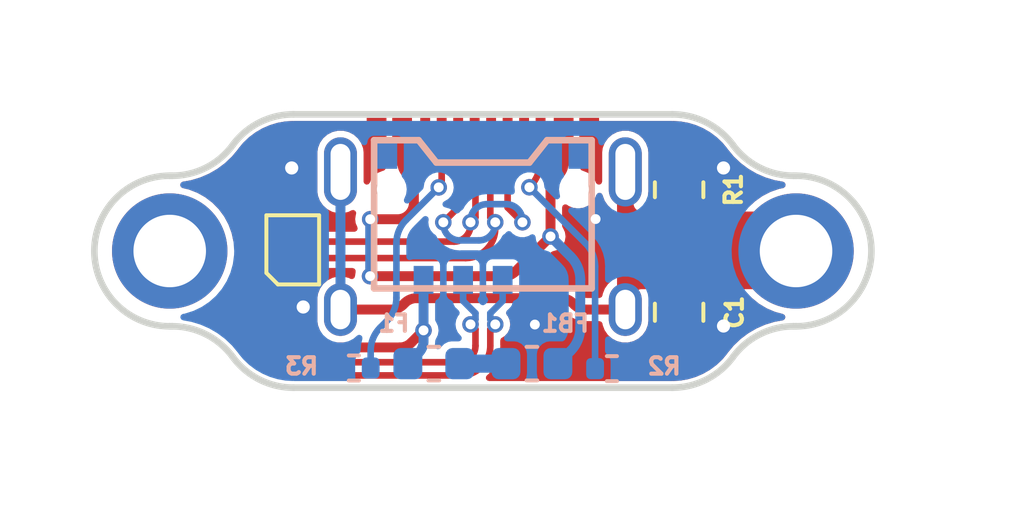
<source format=kicad_pcb>
(kicad_pcb (version 20211014) (generator pcbnew)
  (layers (0 "F.Cu" signal) (31 "B.Cu" signal) (34 "B.Paste" user) (35 "F.Paste" user) (36 "B.SilkS" user "B.Silkscreen") (37 "F.SilkS" user "F.Silkscreen") (38 "B.Mask" user) (39 "F.Mask" user) (44 "Edge.Cuts" user))
  (net 0 "")
  (net 3 "GND")
  (net 4 "+5V")
  (net 5 "D-")
  (net 6 "D+")
  (net 7 "Net-(R2-Pad1)")
  (net 8 "Net-(R3-Pad1)")
  (net 9 "VBus")
  (net 10 "Net-(F1-Pad1)")
  (net 11 "Net-(C1-Pad1)")
  (footprint "Resistor_SMD:R_0805_2012Metric" (layer "F.Cu") (at 5.953 -1.86 -90)
    (fp_text reference "R1" (at 0 -1.65 90) (layer "F.SilkS") (effects (font (size 0.5 0.5) (thickness 0.125))))
    (fp_text value "1M")
    (fp_line (start -0.227064 -0.735) (end 0.227064 -0.735) (layer "F.SilkS") (width 0.12))
    (fp_line (start -0.227064 0.735) (end 0.227064 0.735) (layer "F.SilkS") (width 0.12))
    (pad "1" smd rect (at -0.9125 0 270) (size 1.025 1.4) (layers "F.Cu" "F.Paste" "F.Mask") (net 3 "GND"))
    (pad "2" smd rect (at 0.9125 0 270) (size 1.025 1.4) (layers "F.Cu" "F.Paste" "F.Mask") (net 11 "Net-(C1-Pad1)"))
  )
  (footprint "MountingHole:MountingHole_2.2mm_M2_ISO7380_Pad" (layer "F.Cu") (at 9.5 0)
    (fp_text reference "H1")
    (fp_text value "MountingHole_Pad")
    (pad "1" thru_hole circle (at 0 0) (size 3.5 3.5) (drill 2.2) (layers *.Cu *.Mask) (net 11 "Net-(C1-Pad1)"))
  )
  (footprint "sanproject-keyboard-part:uQFN8" (layer "F.Cu") (at -5.768 -0.035 90)
    (fp_text reference "ESD1")
    (fp_text value "Conn_01x08_Male")
    (fp_line (start 1.05 -0.8) (end 1.05 0.8) (layer "F.SilkS") (width 0.12))
    (fp_line (start -1.05 -0.45) (end -0.7 -0.8) (layer "F.SilkS") (width 0.12))
    (fp_line (start 1.05 -0.8) (end -0.7 -0.8) (layer "F.SilkS") (width 0.12))
    (fp_line (start -1.05 -0.45) (end -1.05 0.8) (layer "F.SilkS") (width 0.12))
    (fp_line (start 1.05 0.8) (end -1.05 0.8) (layer "F.SilkS") (width 0.12))
    (pad "1" smd rect locked (at -0.85 -0.3 180) (size 0.2 0.4) (layers "F.Cu" "F.Paste" "F.Mask") (net 4 "+5V"))
    (pad "1" smd rect locked (at -0.75 -0.5 90) (size 0.2 0.6) (layers "F.Cu" "F.Paste" "F.Mask") (net 4 "+5V"))
    (pad "2" smd rect locked (at -0.25 -0.5 90) (size 0.2 0.6) (layers "F.Cu" "F.Paste" "F.Mask") (net 5 "D-"))
    (pad "3" smd rect locked (at 0.25 -0.5 90) (size 0.2 0.6) (layers "F.Cu" "F.Paste" "F.Mask") (net 6 "D+"))
    (pad "4" smd rect locked (at 0.85 -0.3 180) (size 0.2 0.4) (layers "F.Cu" "F.Paste" "F.Mask"))
    (pad "4" smd rect locked (at 0.75 -0.5 90) (size 0.2 0.6) (layers "F.Cu" "F.Paste" "F.Mask"))
    (pad "5" smd rect locked (at 0.75 0.5 270) (size 0.2 0.6) (layers "F.Cu" "F.Paste" "F.Mask") (net 3 "GND"))
    (pad "5" smd rect locked (at 0.85 0.3 180) (size 0.2 0.4) (layers "F.Cu" "F.Paste" "F.Mask") (net 3 "GND"))
    (pad "6" smd rect locked (at 0.25 0.5 270) (size 0.2 0.6) (layers "F.Cu" "F.Paste" "F.Mask") (net 6 "D+"))
    (pad "7" smd rect locked (at -0.25 0.5 270) (size 0.2 0.6) (layers "F.Cu" "F.Paste" "F.Mask") (net 5 "D-"))
    (pad "8" smd rect locked (at -0.75 0.5 270) (size 0.2 0.6) (layers "F.Cu" "F.Paste" "F.Mask") (net 3 "GND"))
    (pad "8" smd rect locked (at -0.85 0.3 180) (size 0.2 0.4) (layers "F.Cu" "F.Paste" "F.Mask") (net 3 "GND"))
  )
  (footprint "sanproject-keyboard-part:HRO-TYPE-C-31-M-12-Assembly" (layer "F.Cu") (at 0 4.378)
    (fp_text reference "USB1")
    (fp_text value "HRO-TYPE-C-31-M-12-Type-C")
    (pad "" np_thru_hole circle locked (at 2.89 -6.25) (size 0.65 0.65) (drill 0.65) (layers *.Cu *.Mask))
    (pad "" np_thru_hole circle locked (at -2.89 -6.25) (size 0.65 0.65) (drill 0.65) (layers *.Cu *.Mask))
    (pad "1" smd rect locked (at -3.225 -7.695) (size 0.6 1.45) (layers "F.Cu" "F.Paste" "F.Mask") (net 3 "GND"))
    (pad "2" smd rect locked (at -2.45 -7.695) (size 0.6 1.45) (layers "F.Cu" "F.Paste" "F.Mask") (net 9 "VBus"))
    (pad "3" smd rect locked (at -1.75 -7.695) (size 0.3 1.45) (layers "F.Cu" "F.Paste" "F.Mask"))
    (pad "4" smd rect locked (at -1.25 -7.695) (size 0.3 1.45) (layers "F.Cu" "F.Paste" "F.Mask") (net 8 "Net-(R3-Pad1)"))
    (pad "5" smd rect locked (at -0.75 -7.695) (size 0.3 1.45) (layers "F.Cu" "F.Paste" "F.Mask") (net 5 "D-"))
    (pad "6" smd rect locked (at -0.25 -7.695) (size 0.3 1.45) (layers "F.Cu" "F.Paste" "F.Mask") (net 6 "D+"))
    (pad "7" smd rect locked (at 0.25 -7.695) (size 0.3 1.45) (layers "F.Cu" "F.Paste" "F.Mask") (net 5 "D-"))
    (pad "8" smd rect locked (at 0.75 -7.695) (size 0.3 1.45) (layers "F.Cu" "F.Paste" "F.Mask") (net 6 "D+"))
    (pad "9" smd rect locked (at 1.25 -7.695) (size 0.3 1.45) (layers "F.Cu" "F.Paste" "F.Mask"))
    (pad "10" smd rect locked (at 1.75 -7.695) (size 0.3 1.45) (layers "F.Cu" "F.Paste" "F.Mask") (net 7 "Net-(R2-Pad1)"))
    (pad "11" smd rect locked (at 2.45 -7.695) (size 0.6 1.45) (layers "F.Cu" "F.Paste" "F.Mask") (net 9 "VBus"))
    (pad "12" smd rect locked (at 3.225 -7.695) (size 0.6 1.45) (layers "F.Cu" "F.Paste" "F.Mask") (net 3 "GND"))
    (pad "13" thru_hole oval locked (at -4.32 -2.6) (size 1 1.6) (drill oval 0.6 1.2) (layers *.Cu *.Mask "F.Paste") (net 11 "Net-(C1-Pad1)"))
    (pad "13" thru_hole oval locked (at 4.32 -6.78) (size 1 2.1) (drill oval 0.6 1.7) (layers *.Cu *.Mask "F.Paste") (net 11 "Net-(C1-Pad1)"))
    (pad "13" thru_hole oval locked (at -4.32 -6.78) (size 1 2.1) (drill oval 0.6 1.7) (layers *.Cu *.Mask "F.Paste") (net 11 "Net-(C1-Pad1)"))
    (pad "13" thru_hole oval locked (at 4.32 -2.6) (size 1 1.6) (drill oval 0.6 1.2) (layers *.Cu *.Mask "F.Paste") (net 11 "Net-(C1-Pad1)"))
  )
  (footprint "MountingHole:MountingHole_2.2mm_M2_ISO7380_Pad" (layer "F.Cu") (at -9.5 0)
    (fp_text reference "H2")
    (fp_text value "MountingHole")
    (pad "1" thru_hole circle (at 0 0) (size 3.5 3.5) (drill 2.2) (layers *.Cu *.Mask))
  )
  (footprint "Capacitor_SMD:C_0805_2012Metric" (layer "F.Cu") (at 5.953 1.86 -90)
    (fp_text reference "C1" (at 0 -1.68 90) (layer "F.SilkS") (effects (font (size 0.5 0.5) (thickness 0.125))))
    (fp_text value "0.1uF")
    (fp_line (start -0.261252 0.735) (end 0.261252 0.735) (layer "F.SilkS") (width 0.12))
    (fp_line (start -0.261252 -0.735) (end 0.261252 -0.735) (layer "F.SilkS") (width 0.12))
    (pad "1" smd rect (at -0.95 0 270) (size 1 1.45) (layers "F.Cu" "F.Paste" "F.Mask") (net 11 "Net-(C1-Pad1)"))
    (pad "2" smd rect (at 0.95 0 270) (size 1 1.45) (layers "F.Cu" "F.Paste" "F.Mask") (net 3 "GND"))
  )
  (footprint "Fuse:Fuse_0603_1608Metric" (layer "B.Cu") (at -1.488 3.42 180)
    (fp_text reference "F1" (at 1.212 1.22) (layer "B.SilkS") (effects (font (size 0.5 0.5) (thickness 0.125)) (justify mirror)))
    (fp_text value "500mA")
    (fp_line (start -0.162779 -0.51) (end 0.162779 -0.51) (layer "B.SilkS") (width 0.12))
    (fp_line (start -0.162779 0.51) (end 0.162779 0.51) (layer "B.SilkS") (width 0.12))
    (pad "1" smd roundrect (at -0.7875 0 180) (size 0.875 0.95) (layers "B.Cu" "B.Paste" "B.Mask") (net 10 "Net-(F1-Pad1)"))
    (pad "2" smd roundrect (at 0.7875 0 180) (size 0.875 0.95) (layers "B.Cu" "B.Paste" "B.Mask") (net 4 "+5V"))
  )
  (footprint "sanproject-keyboard-part:JST-SR-4-mini" (layer "B.Cu") (at 0 0.878)
    (fp_text reference "J2")
    (fp_text value "Conn_01x04_Male")
    (pad "" smd rect locked (at -2.95 -3.775) (size 0.7 0.8) (layers "B.Cu" "B.Paste" "B.Mask"))
    (pad "" smd rect locked (at 2.95 -3.775) (size 0.7 0.8) (layers "B.Cu" "B.Paste" "B.Mask"))
    (pad "1" smd rect locked (at -1.8 0) (size 0.6 0.85) (layers "B.Cu" "B.Paste" "B.Mask") (net 4 "+5V"))
    (pad "2" smd rect locked (at -0.6 0) (size 0.6 0.85) (layers "B.Cu" "B.Paste" "B.Mask") (net 5 "D-"))
    (pad "3" smd rect locked (at 0.6 0) (size 0.6 0.85) (layers "B.Cu" "B.Paste" "B.Mask") (net 6 "D+"))
    (pad "4" smd rect locked (at 1.8 0) (size 0.6 0.85) (layers "B.Cu" "B.Paste" "B.Mask") (net 3 "GND"))
  )
  (footprint "Fuse:Fuse_0603_1608Metric" (layer "B.Cu") (at 1.488 3.42 180)
    (fp_text reference "FB1" (at -1.012 1.22) (layer "B.SilkS") (effects (font (size 0.5 0.5) (thickness 0.125)) (justify mirror)))
    (fp_text value "FerriteBead_Small")
    (fp_line (start -0.162779 -0.51) (end 0.162779 -0.51) (layer "B.SilkS") (width 0.12))
    (fp_line (start -0.162779 0.51) (end 0.162779 0.51) (layer "B.SilkS") (width 0.12))
    (pad "1" smd roundrect (at -0.7875 0 180) (size 0.875 0.95) (layers "B.Cu" "B.Paste" "B.Mask") (net 9 "VBus"))
    (pad "2" smd roundrect (at 0.7875 0 180) (size 0.875 0.95) (layers "B.Cu" "B.Paste" "B.Mask") (net 10 "Net-(F1-Pad1)"))
  )
  (footprint "Resistor_SMD:R_0402_1005Metric" (layer "B.Cu") (at -3.914 3.553 180)
    (fp_text reference "R3" (at 1.586 0.053) (layer "B.SilkS") (effects (font (size 0.5 0.5) (thickness 0.125)) (justify mirror)))
    (fp_text value "5.1k")
    (fp_line (start -0.153641 -0.38) (end 0.153641 -0.38) (layer "B.SilkS") (width 0.12))
    (fp_line (start -0.153641 0.38) (end 0.153641 0.38) (layer "B.SilkS") (width 0.12))
    (pad "1" smd roundrect (at -0.51 0 180) (size 0.54 0.64) (layers "B.Cu" "B.Paste" "B.Mask") (net 8 "Net-(R3-Pad1)"))
    (pad "2" smd roundrect (at 0.51 0 180) (size 0.54 0.64) (layers "B.Cu" "B.Paste" "B.Mask") (net 3 "GND"))
  )
  (footprint "Resistor_SMD:R_0402_1005Metric" (layer "B.Cu") (at 3.914 3.572)
    (fp_text reference "R2" (at 1.586 -0.072) (layer "B.SilkS") (effects (font (size 0.5 0.5) (thickness 0.125)) (justify mirror)))
    (fp_text value "5.1k")
    (fp_line (start -0.153641 0.38) (end 0.153641 0.38) (layer "B.SilkS") (width 0.12))
    (fp_line (start -0.153641 -0.38) (end 0.153641 -0.38) (layer "B.SilkS") (width 0.12))
    (pad "1" smd roundrect (at -0.51 0) (size 0.54 0.64) (layers "B.Cu" "B.Paste" "B.Mask") (net 7 "Net-(R2-Pad1)"))
    (pad "2" smd roundrect (at 0.51 0) (size 0.54 0.64) (layers "B.Cu" "B.Paste" "B.Mask") (net 3 "GND"))
  )
  (gr_line (start 3.3 1.135) (end 3.3 -3.365) (layer "B.SilkS") (width 0.2))
  (gr_line (start -3.3 -3.365) (end -3.3 1.135) (layer "B.SilkS") (width 0.2))
  (gr_line (start 3.3 1.135) (end -3.3 1.135) (layer "B.SilkS") (width 0.2))
  (gr_line (start -1.95 -3.365) (end -3.3 -3.365) (layer "B.SilkS") (width 0.2))
  (gr_line (start 1.41 -2.685) (end -1.41 -2.685) (layer "B.SilkS") (width 0.2))
  (gr_line (start 1.95 -3.365) (end 1.41 -2.685) (layer "B.SilkS") (width 0.2))
  (gr_line (start 3.3 -3.365) (end 1.95 -3.365) (layer "B.SilkS") (width 0.2))
  (gr_line (start -1.41 -2.685) (end -1.95 -3.365) (layer "B.SilkS") (width 0.2))
  (gr_line (start -5.746 4.15) (end 5.746 4.15) (layer "Edge.Cuts") (width 0.2))
  (gr_arc (start -7.588 -3.218) (mid -6.778189 -3.903753) (end -5.746 -4.15) (layer "Edge.Cuts") (width 0.2))
  (gr_line (start -9.43 -2.286) (end -9.5 -2.286) (layer "Edge.Cuts") (width 0.2))
  (gr_arc (start -9.422 2.286) (mid -8.394241 2.534047) (end -7.588 3.218) (layer "Edge.Cuts") (width 0.2))
  (gr_arc (start 9.43 -2.286) (mid 8.39781 -2.532245) (end 7.588 -3.218) (layer "Edge.Cuts") (width 0.2))
  (gr_line (start 9.422 2.286) (end 9.5 2.286) (layer "Edge.Cuts") (width 0.2))
  (gr_arc (start 5.746 -4.15) (mid 6.77819 -3.903755) (end 7.588 -3.218) (layer "Edge.Cuts") (width 0.2))
  (gr_line (start 5.746 -4.15) (end -5.746 -4.15) (layer "Edge.Cuts") (width 0.2))
  (gr_line (start 9.5 -2.286) (end 9.43 -2.286) (layer "Edge.Cuts") (width 0.2))
  (gr_arc (start -7.588 -3.218) (mid -8.397811 -2.532247) (end -9.43 -2.286) (layer "Edge.Cuts") (width 0.2))
  (gr_arc (start -9.5 2.286) (mid -11.786 0) (end -9.5 -2.286) (layer "Edge.Cuts") (width 0.2))
  (gr_arc (start -5.746 4.15) (mid -6.778189 3.903753) (end -7.588 3.218) (layer "Edge.Cuts") (width 0.2))
  (gr_arc (start 9.5 -2.286) (mid 11.786 0) (end 9.5 2.286) (layer "Edge.Cuts") (width 0.2))
  (gr_line (start -9.5 2.286) (end -9.422 2.286) (layer "Edge.Cuts") (width 0.2))
  (gr_arc (start 7.588 3.218) (mid 6.778189 3.903752) (end 5.746 4.15) (layer "Edge.Cuts") (width 0.2))
  (gr_arc (start 7.588 3.218) (mid 8.39424 2.534045) (end 9.422 2.286) (layer "Edge.Cuts") (width 0.2))
  (via (at 7.3 -2.522) (size 0.8) (drill 0.4) (layers "F.Cu" "B.Cu") (net 3))
  (via (at 7.3 2.278) (size 0.8) (drill 0.4) (layers "F.Cu" "B.Cu") (net 3))
  (via (at -5.8 -2.522) (size 0.8) (drill 0.4) (layers "F.Cu" "B.Cu") (net 3))
  (via (at 1.577 2.233) (size 0.5) (drill 0.3) (layers "F.Cu" "B.Cu") (net 3))
  (via (at 3.42 -0.97) (size 0.5) (drill 0.3) (layers "F.Cu" "B.Cu") (net 3))
  (via (at -5.45 1.7) (size 0.8) (drill 0.4) (layers "F.Cu" "B.Cu") (net 3))
  (segment (start -5.268 2.928) (end -2.525107 2.928) (width 0.3) (layer "F.Cu") (net 4))
  (segment (start -2.171553 2.781553) (end -1.8 2.41) (width 0.3) (layer "F.Cu") (net 4))
  (segment (start -6.268 0.715) (end -6.268 1.928) (width 0.3) (layer "F.Cu") (net 4))
  (via (at -1.8 2.41) (size 0.5) (drill 0.3) (layers "F.Cu" "B.Cu") (net 4))
  (arc (start -2.525107 2.928) (mid -2.333765 2.88994) (end -2.171553 2.781553) (width 0.3) (layer "F.Cu") (net 4))
  (arc (start -6.268 1.928) (mid -5.975107 2.635107) (end -5.268 2.928) (width 0.3) (layer "F.Cu") (net 4))
  (segment (start -1.8 2.41) (end -1.8 2.737393) (width 0.3) (layer "B.Cu") (net 4))
  (segment (start -1.946447 3.090947) (end -2.2755 3.42) (width 0.3) (layer "B.Cu") (net 4))
  (segment (start -1.8 0.878) (end -1.8 2.41) (width 0.3) (layer "B.Cu") (net 4))
  (arc (start -1.946447 3.090947) (mid -1.83806 2.928735) (end -1.8 2.737393) (width 0.3) (layer "B.Cu") (net 4))
  (segment (start -7 0.615) (end -7 1.778) (width 0.2) (layer "F.Cu") (net 5))
  (segment (start -6.268 0.215) (end -5.268 0.215) (width 0.2) (layer "F.Cu") (net 5))
  (segment (start -0.225001 2.377999) (end -0.375 2.228) (width 0.2) (layer "F.Cu") (net 5))
  (segment (start 0.25 -3.317) (end 0.25 -2.229499) (width 0.2) (layer "F.Cu") (net 5))
  (segment (start -6.268 0.215) (end -6.6 0.215) (width 0.2) (layer "F.Cu") (net 5))
  (segment (start 0.225 -2.204499) (end 0.225001 -1.021999) (width 0.2) (layer "F.Cu") (net 5))
  (segment (start -0.225001 2.878) (end -0.225001 2.377999) (width 0.2) (layer "F.Cu") (net 5))
  (segment (start -5.268 0.215) (end -0.525 0.215) (width 0.2) (layer "F.Cu") (net 5))
  (segment (start -0.75 -1.322) (end -1.2 -0.872) (width 0.2) (layer "F.Cu") (net 5))
  (segment (start -0.75 -3.317) (end -0.75 -1.322) (width 0.2) (layer "F.Cu") (net 5))
  (segment (start 0.25 -2.229499) (end 0.225 -2.204499) (width 0.2) (layer "F.Cu") (net 5))
  (segment (start 0.225001 -1.021999) (end 0.375 -0.872) (width 0.2) (layer "F.Cu") (net 5))
  (segment (start -5.4 3.378) (end -0.725001 3.378) (width 0.2) (layer "F.Cu") (net 5))
  (segment (start 0.375 -0.685) (end 0.375 -0.872) (width 0.2) (layer "F.Cu") (net 5))
  (via (at 0.375 -0.872) (size 0.5) (drill 0.3) (layers "F.Cu" "B.Cu") (net 5))
  (via (at -1.2 -0.872) (size 0.5) (drill 0.3) (layers "F.Cu" "B.Cu") (net 5))
  (via (at -0.375 2.228) (size 0.5) (drill 0.3) (layers "F.Cu" "B.Cu") (net 5))
  (arc (start -7 1.778) (mid -6.531371 2.909371) (end -5.4 3.378) (width 0.2) (layer "F.Cu") (net 5))
  (arc (start -0.225001 2.878) (mid -0.371448 3.231553) (end -0.725001 3.378) (width 0.2) (layer "F.Cu") (net 5))
  (arc (start -6.6 0.215) (mid -6.882843 0.332157) (end -7 0.615) (width 0.2) (layer "F.Cu") (net 5))
  (arc (start 0.375 -0.685) (mid 0.111396 -0.048604) (end -0.525 0.215) (width 0.2) (layer "F.Cu") (net 5))
  (segment (start 0.375 -0.822) (end 0.375 -0.872) (width 0.2) (layer "B.Cu") (net 5))
  (segment (start -0.6 1.515501) (end -0.6 0.878) (width 0.2) (layer "B.Cu") (net 5))
  (segment (start -0.225 1.890501) (end -0.6 1.515501) (width 0.2) (layer "B.Cu") (net 5))
  (segment (start -0.375 2.228) (end -0.225001 2.078001) (width 0.2) (layer "B.Cu") (net 5))
  (segment (start -1.2 -0.872) (end -1.2 -0.822) (width 0.2) (layer "B.Cu") (net 5))
  (segment (start -0.225001 2.078001) (end -0.225 1.890501) (width 0.2) (layer "B.Cu") (net 5))
  (segment (start -0.7 -0.322) (end -0.125 -0.322) (width 0.2) (layer "B.Cu") (net 5))
  (arc (start 0.375 -0.822) (mid 0.228553 -0.468447) (end -0.125 -0.322) (width 0.2) (layer "B.Cu") (net 5))
  (arc (start -0.7 -0.322) (mid -1.053553 -0.468447) (end -1.2 -0.822) (width 0.2) (layer "B.Cu") (net 5))
  (segment (start 0.75 -3.317) (end 0.75 -1.322) (width 0.2) (layer "F.Cu") (net 6))
  (segment (start 0.75 -1.322) (end 1.2 -0.872) (width 0.2) (layer "F.Cu") (net 6))
  (segment (start -5.4 3.778) (end -0.674999 3.778) (width 0.2) (layer "F.Cu") (net 6))
  (segment (start -0.375 -0.785) (end -0.375 -0.872) (width 0.2) (layer "F.Cu") (net 6))
  (segment (start -0.225001 -1.021999) (end -0.375 -0.872) (width 0.2) (layer "F.Cu") (net 6))
  (segment (start -0.25 -2.229499) (end -0.225 -2.204499) (width 0.2) (layer "F.Cu") (net 6))
  (segment (start -6.268 -0.285) (end -6.6 -0.285) (width 0.2) (layer "F.Cu") (net 6))
  (segment (start -5.268 -0.285) (end -0.875 -0.285) (width 0.2) (layer "F.Cu") (net 6))
  (segment (start -0.225 -2.204499) (end -0.225001 -1.021999) (width 0.2) (layer "F.Cu") (net 6))
  (segment (start -7.4 0.515) (end -7.4 1.778) (width 0.2) (layer "F.Cu") (net 6))
  (segment (start 0.225001 2.377999) (end 0.375 2.228) (width 0.2) (layer "F.Cu") (net 6))
  (segment (start -6.268 -0.285) (end -5.268 -0.285) (width 0.2) (layer "F.Cu") (net 6))
  (segment (start -0.25 -3.317) (end -0.25 -2.229499) (width 0.2) (layer "F.Cu") (net 6))
  (segment (start 0.225001 2.878) (end 0.225001 2.377999) (width 0.2) (layer "F.Cu") (net 6))
  (via (at 1.2 -0.872) (size 0.5) (drill 0.3) (layers "F.Cu" "B.Cu") (net 6))
  (via (at -0.375 -0.872) (size 0.5) (drill 0.3) (layers "F.Cu" "B.Cu") (net 6))
  (via (at 0.375 2.228) (size 0.5) (drill 0.3) (layers "F.Cu" "B.Cu") (net 6))
  (arc (start -0.674999 3.778) (mid -0.038603 3.514396) (end 0.225001 2.878) (width 0.2) (layer "F.Cu") (net 6))
  (arc (start -7.4 1.778) (mid -6.814214 3.192214) (end -5.4 3.778) (width 0.2) (layer "F.Cu") (net 6))
  (arc (start -6.6 -0.285) (mid -7.165685 -0.050685) (end -7.4 0.515) (width 0.2) (layer "F.Cu") (net 6))
  (arc (start -0.375 -0.785) (mid -0.521447 -0.431447) (end -0.875 -0.285) (width 0.2) (layer "F.Cu") (net 6))
  (segment (start 0.6 1.515501) (end 0.6 0.878) (width 0.2) (layer "B.Cu") (net 6))
  (segment (start 0.125 -1.422) (end 0.7 -1.422) (width 0.2) (layer "B.Cu") (net 6))
  (segment (start -0.375 -0.872) (end -0.375 -0.922) (width 0.2) (layer "B.Cu") (net 6))
  (segment (start 0.225001 2.078001) (end 0.225 1.890501) (width 0.2) (layer "B.Cu") (net 6))
  (segment (start 1.2 -0.922) (end 1.2 -0.872) (width 0.2) (layer "B.Cu") (net 6))
  (segment (start 0.375 2.228) (end 0.225001 2.078001) (width 0.2) (layer "B.Cu") (net 6))
  (segment (start 0.225 1.890501) (end 0.6 1.515501) (width 0.2) (layer "B.Cu") (net 6))
  (arc (start 0.7 -1.422) (mid 1.053553 -1.275553) (end 1.2 -0.922) (width 0.2) (layer "B.Cu") (net 6))
  (arc (start 0.125 -1.422) (mid -0.228553 -1.275553) (end -0.375 -0.922) (width 0.2) (layer "B.Cu") (net 6))
  (segment (start 1.75 -3.317) (end 1.75 -2.753418) (width 0.2) (layer "F.Cu") (net 7))
  (via (at 1.411 -1.935) (size 0.5) (drill 0.3) (layers "F.Cu" "B.Cu") (net 7))
  (arc (start 1.75 -2.753418) (mid 1.661897 -2.310493) (end 1.411 -1.935) (width 0.2) (layer "F.Cu") (net 7))
  (segment (start 3.111107 -0.234893) (end 1.411 -1.935) (width 0.2) (layer "B.Cu") (net 7))
  (segment (start 3.404 3.572) (end 3.404 0.472214) (width 0.2) (layer "B.Cu") (net 7))
  (arc (start 3.404 0.472214) (mid 3.32788 0.089531) (end 3.111107 -0.234893) (width 0.2) (layer "B.Cu") (net 7))
  (segment (start -1.25 -3.317) (end -1.25 -2.149279) (width 0.2) (layer "F.Cu") (net 8))
  (via (at -1.34 -1.932) (size 0.5) (drill 0.3) (layers "F.Cu" "B.Cu") (net 8))
  (arc (start -1.25 -2.149279) (mid -1.27339 -2.031689) (end -1.34 -1.932) (width 0.2) (layer "F.Cu") (net 8))
  (segment (start -2.623 -0.234786) (end -2.623 1.418786) (width 0.2) (layer "B.Cu") (net 8))
  (segment (start -1.34 -1.932) (end -2.330107 -0.941893) (width 0.2) (layer "B.Cu") (net 8))
  (segment (start -2.915893 2.125893) (end -3.111107 2.321107) (width 0.2) (layer "B.Cu") (net 8))
  (segment (start -3.404 3.028214) (end -3.404 3.553) (width 0.2) (layer "B.Cu") (net 8))
  (arc (start -2.623 -0.234786) (mid -2.54688 -0.617469) (end -2.330107 -0.941893) (width 0.2) (layer "B.Cu") (net 8))
  (arc (start -3.111107 2.321107) (mid -3.32788 2.64553) (end -3.404 3.028214) (width 0.2) (layer "B.Cu") (net 8))
  (arc (start -2.623 1.418786) (mid -2.69912 1.801469) (end -2.915893 2.125893) (width 0.2) (layer "B.Cu") (net 8))
  (segment (start 2.45 -2.674553) (end 2.45 -3.317) (width 0.3) (layer "F.Cu") (net 9))
  (segment (start -3.423 0.7645) (end 0.638393 0.7645) (width 0.3) (layer "F.Cu") (net 9))
  (segment (start 2.198447 -2.215893) (end 2.303554 -2.321) (width 0.3) (layer "F.Cu") (net 9))
  (segment (start -2.45 -3.317) (end -2.45 -2.701107) (width 0.3) (layer "F.Cu") (net 9))
  (segment (start -2.303553 -2.347553) (end -2.239446 -2.283446) (width 0.3) (layer "F.Cu") (net 9))
  (segment (start -2.093 -1.929893) (end -2.093 -1.465) (width 0.3) (layer "F.Cu") (net 9))
  (segment (start -2.593 -0.965) (end -3.419 -0.965) (width 0.3) (layer "F.Cu") (net 9))
  (segment (start 0.991947 0.618053) (end 2.052 -0.442) (width 0.3) (layer "F.Cu") (net 9))
  (segment (start 2.052 -0.442) (end 2.052 -1.862339) (width 0.3) (layer "F.Cu") (net 9))
  (via (at 2.052 -0.442) (size 0.5) (drill 0.3) (layers "F.Cu" "B.Cu") (net 9))
  (via (at -3.423 0.7645) (size 0.5) (drill 0.3) (layers "F.Cu" "B.Cu") (net 9))
  (via (at -3.419 -0.965) (size 0.5) (drill 0.3) (layers "F.Cu" "B.Cu") (net 9))
  (arc (start -2.093 -1.929893) (mid -2.13106 -2.121234) (end -2.239446 -2.283446) (width 0.3) (layer "F.Cu") (net 9))
  (arc (start 0.638393 0.7645) (mid 0.829735 0.72644) (end 0.991947 0.618053) (width 0.3) (layer "F.Cu") (net 9))
  (arc (start 2.303554 -2.321) (mid 2.41194 -2.483212) (end 2.45 -2.674553) (width 0.3) (layer "F.Cu") (net 9))
  (arc (start -2.093 -1.465) (mid -2.239447 -1.111447) (end -2.593 -0.965) (width 0.3) (layer "F.Cu") (net 9))
  (arc (start 2.198447 -2.215893) (mid 2.09006 -2.053681) (end 2.052 -1.862339) (width 0.3) (layer "F.Cu") (net 9))
  (arc (start -2.45 -2.701107) (mid -2.41194 -2.509765) (end -2.303553 -2.347553) (width 0.3) (layer "F.Cu") (net 9))
  (segment (start 2.661107 0.167107) (end 2.052 -0.442) (width 0.3) (layer "B.Cu") (net 9))
  (segment (start 2.2755 3.42) (end 2.661107 3.034393) (width 0.3) (layer "B.Cu") (net 9))
  (segment (start 2.954 2.327286) (end 2.954 0.874214) (width 0.3) (layer "B.Cu") (net 9))
  (segment (start -3.419 -0.965) (end -3.419 0.7605) (width 0.3) (layer "B.Cu") (net 9))
  (segment (start -3.419 0.7605) (end -3.423 0.7645) (width 0.3) (layer "B.Cu") (net 9))
  (arc (start 2.661107 0.167107) (mid 2.87788 0.49153) (end 2.954 0.874214) (width 0.3) (layer "B.Cu") (net 9))
  (arc (start 2.661107 3.034393) (mid 2.87788 2.70997) (end 2.954 2.327286) (width 0.3) (layer "B.Cu") (net 9))
  (segment (start -0.7005 3.42) (end 0.7005 3.42) (width 0.55) (layer "B.Cu") (net 10))
  (segment (start 5.953 -0.9475) (end 8.5525 -0.9475) (width 0.5) (layer "F.Cu") (net 11))
  (segment (start -4.32 1.778) (end -2.775107 1.778) (width 0.3) (layer "F.Cu") (net 11))
  (segment (start 2.723447 1.579447) (end 2.775554 1.631554) (width 0.3) (layer "F.Cu") (net 11))
  (segment (start 5.953 0.91) (end 4.82 0.91) (width 0.5) (layer "F.Cu") (net 11))
  (segment (start 8.5525 -0.9475) (end 9.5 0) (width 0.5) (layer "F.Cu") (net 11))
  (segment (start 4.32 -2.402) (end 4.32 1.778) (width 0.5) (layer "F.Cu") (net 11))
  (segment (start 8.59 0.91) (end 9.5 0) (width 0.5) (layer "F.Cu") (net 11))
  (segment (start -2.421553 1.631553) (end -2.369446 1.579446) (width 0.3) (layer "F.Cu") (net 11))
  (segment (start 5.953 -0.9475) (end 5.953 0.91) (width 0.5) (layer "F.Cu") (net 11))
  (segment (start 5.953 0.91) (end 8.59 0.91) (width 0.5) (layer "F.Cu") (net 11))
  (segment (start 4.32 1.41) (end 4.32 1.778) (width 0.5) (layer "F.Cu") (net 11))
  (segment (start 3.129107 1.778) (end 4.32 1.778) (width 0.3) (layer "F.Cu") (net 11))
  (segment (start 4.32 -1.4475) (end 4.32 -2.402) (width 0.5) (layer "F.Cu") (net 11))
  (segment (start 5.953 -0.9475) (end 4.82 -0.9475) (width 0.5) (layer "F.Cu") (net 11))
  (segment (start -2.015893 1.433) (end 2.369893 1.433) (width 0.3) (layer "F.Cu") (net 11))
  (arc (start -2.775107 1.778) (mid -2.583765 1.73994) (end -2.421553 1.631553) (width 0.3) (layer "F.Cu") (net 11))
  (arc (start 4.82 0.91) (mid 4.466447 1.056447) (end 4.32 1.41) (width 0.5) (layer "F.Cu") (net 11))
  (arc (start 2.775554 1.631554) (mid 2.937766 1.73994) (end 3.129107 1.778) (width 0.3) (layer "F.Cu") (net 11))
  (arc (start 2.723447 1.579447) (mid 2.561235 1.47106) (end 2.369893 1.433) (width 0.3) (layer "F.Cu") (net 11))
  (arc (start -2.015893 1.433) (mid -2.207234 1.47106) (end -2.369446 1.579446) (width 0.3) (layer "F.Cu") (net 11))
  (arc (start 4.82 -0.9475) (mid 4.466447 -1.093947) (end 4.32 -1.4475) (width 0.5) (layer "F.Cu") (net 11))
  (segment (start -4.32 -2.402) (end -4.32 1.778) (width 0.3) (layer "B.Cu") (net 11))
  (zone (net 3) (net_name "GND") (layers F&B.Cu) (connect_pads yes (clearance 0.2)) (min_thickness 0.2) (fill yes (thermal_gap 0.3) (thermal_bridge_width 0.3))
    (polygon (pts (xy 12.75 7.878) (xy -12.75 7.628) (xy -12.75 -7.622) (xy 12.75 -7.622)))
  )
  (zone (net 11) (net_name "Net-(C1-Pad1)") (layer "F.Cu") (connect_pads yes (clearance 0.2)) (min_thickness 0.4) (fill yes (thermal_gap 0.2) (thermal_bridge_width 1))
    (polygon (pts (xy 9.6 0.95) (xy 4.315 0.975) (xy 4.315 -0.875) (xy 9.6 -0.875)))
  )
)
</source>
